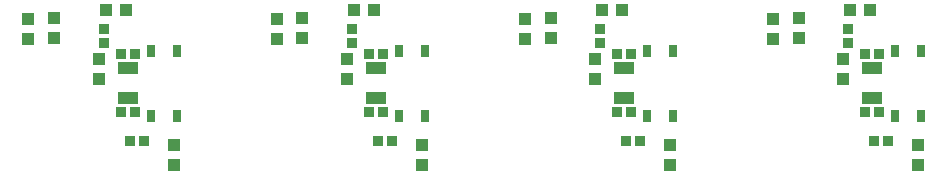
<source format=gbr>
G04 EAGLE Gerber RS-274X export*
G75*
%MOMM*%
%FSLAX34Y34*%
%LPD*%
%INSolderpaste Top*%
%IPPOS*%
%AMOC8*
5,1,8,0,0,1.08239X$1,22.5*%
G01*
%ADD10R,1.000000X1.100000*%
%ADD11R,1.100000X1.000000*%
%ADD12R,0.850000X0.900000*%
%ADD13R,1.800000X1.000000*%
%ADD14R,0.700000X1.000000*%
%ADD15R,0.900000X0.850000*%


D10*
X121000Y196500D03*
X121000Y213500D03*
D11*
X126500Y255000D03*
X143500Y255000D03*
D10*
X184000Y123500D03*
X184000Y140500D03*
D12*
X158800Y144000D03*
X147200Y144000D03*
D13*
X145000Y180500D03*
X145000Y205500D03*
D10*
X83000Y231500D03*
X83000Y248500D03*
X61000Y230500D03*
X61000Y247500D03*
D12*
X139200Y168500D03*
X150800Y168500D03*
X139200Y217500D03*
X150800Y217500D03*
D14*
X165000Y165000D03*
X165000Y220000D03*
X186500Y165000D03*
X186500Y220000D03*
D15*
X125000Y238800D03*
X125000Y227200D03*
D10*
X331000Y196500D03*
X331000Y213500D03*
D11*
X336500Y255000D03*
X353500Y255000D03*
D10*
X394000Y123500D03*
X394000Y140500D03*
D12*
X368800Y144000D03*
X357200Y144000D03*
D13*
X355000Y180500D03*
X355000Y205500D03*
D10*
X293000Y231500D03*
X293000Y248500D03*
X271000Y230500D03*
X271000Y247500D03*
D12*
X349200Y168500D03*
X360800Y168500D03*
X349200Y217500D03*
X360800Y217500D03*
D14*
X375000Y165000D03*
X375000Y220000D03*
X396500Y165000D03*
X396500Y220000D03*
D15*
X335000Y238800D03*
X335000Y227200D03*
D10*
X541000Y196500D03*
X541000Y213500D03*
D11*
X546500Y255000D03*
X563500Y255000D03*
D10*
X604000Y123500D03*
X604000Y140500D03*
D12*
X578800Y144000D03*
X567200Y144000D03*
D13*
X565000Y180500D03*
X565000Y205500D03*
D10*
X503000Y231500D03*
X503000Y248500D03*
X481000Y230500D03*
X481000Y247500D03*
D12*
X559200Y168500D03*
X570800Y168500D03*
X559200Y217500D03*
X570800Y217500D03*
D14*
X585000Y165000D03*
X585000Y220000D03*
X606500Y165000D03*
X606500Y220000D03*
D15*
X545000Y238800D03*
X545000Y227200D03*
D10*
X751000Y196500D03*
X751000Y213500D03*
D11*
X756500Y255000D03*
X773500Y255000D03*
D10*
X814000Y123500D03*
X814000Y140500D03*
D12*
X788800Y144000D03*
X777200Y144000D03*
D13*
X775000Y180500D03*
X775000Y205500D03*
D10*
X713000Y231500D03*
X713000Y248500D03*
X691000Y230500D03*
X691000Y247500D03*
D12*
X769200Y168500D03*
X780800Y168500D03*
X769200Y217500D03*
X780800Y217500D03*
D14*
X795000Y165000D03*
X795000Y220000D03*
X816500Y165000D03*
X816500Y220000D03*
D15*
X755000Y238800D03*
X755000Y227200D03*
M02*

</source>
